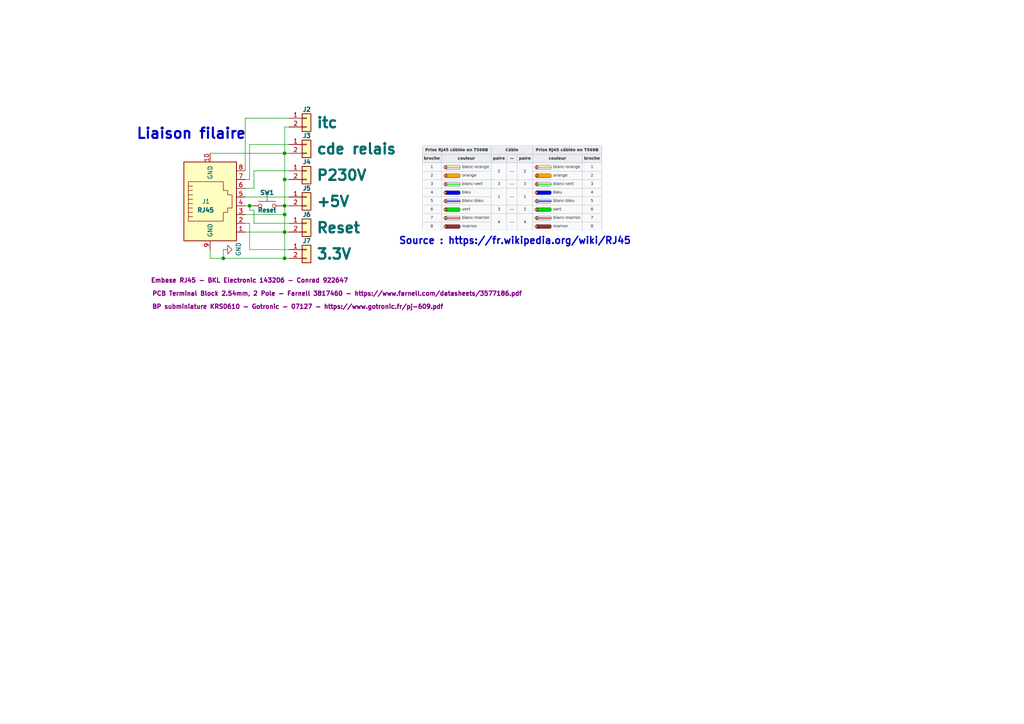
<source format=kicad_sch>
(kicad_sch (version 20211123) (generator eeschema)
  (paper "A4")
  (title_block (title "e-r-wifi-lf - Liaison filaire") (date "2021-11-25") (rev "A") (company "A3C Presqu'île"))
  (lib_symbols
    (symbol "Connector_Generic:Conn_01x02" (pin_names (offset 1.016) hide)
      (property "Reference" "J" (at 0 2.54 0))
      (property "Value" "Connector_Generic_Conn_01x02" (at 0 -5.08 0))
      (symbol "Conn_01x02_1_1"
        (rectangle (start -1.27 -2.413) (end 0 -2.667) (stroke (width 0.1524)))
        (rectangle (start -1.27 0.127) (end 0 -0.127) (stroke (width 0.1524)))
        (rectangle (start -1.27 1.27) (end 1.27 -3.81) (stroke (width 0.254)) (fill (type background)))
        (pin passive line (at -5.08 0 0) (length 3.81) (name "Pin_1") (number "1"))
        (pin passive line (at -5.08 -2.54 0) (length 3.81) (name "Pin_2") (number "2"))
      )
    )
    (symbol "Switch:SW_Push" (pin_numbers hide) (pin_names (offset 1.016) hide)
      (property "Reference" "SW" (at 1.27 2.54 0))
      (property "Value" "Switch_SW_Push" (at 0 -1.524 0))
      (symbol "SW_Push_0_1"
        (circle (center -2.032 0) (radius 0.508))
        (polyline (pts (xy 0 1.27) (xy 0 3.048)))
        (polyline (pts (xy 2.54 1.27) (xy -2.54 1.27)))
        (circle (center 2.032 0) (radius 0.508))
        (pin passive line (at -5.08 0 0) (length 2.54) (name "1") (number "1"))
        (pin passive line (at 5.08 0 180) (length 2.54) (name "2") (number "2"))
      )
    )
    (symbol "e-p-wifi-lf:RJ45-e-p-wifi-cache" (pin_names (offset 1.016))
      (property "Reference" "J" (at -5.08 13.97 0))
      (property "Value" "RJ45-e-p-wifi-cache" (at 2.54 13.97 0))
      (symbol "RJ45-e-p-wifi-cache_0_1"
        (polyline (pts (xy -5.08 4.445) (xy -6.35 4.445)))
        (polyline (pts (xy -5.08 5.715) (xy -6.35 5.715)))
        (polyline (pts (xy -6.35 -3.175) (xy -5.08 -3.175) (xy -5.08 -3.175)))
        (polyline (pts (xy -6.35 -1.905) (xy -5.08 -1.905) (xy -5.08 -1.905)))
        (polyline (pts (xy -6.35 -0.635) (xy -5.08 -0.635) (xy -5.08 -0.635)))
        (polyline (pts (xy -6.35 0.635) (xy -5.08 0.635) (xy -5.08 0.635)))
        (polyline (pts (xy -6.35 1.905) (xy -5.08 1.905) (xy -5.08 1.905)))
        (polyline (pts (xy -5.08 3.175) (xy -6.35 3.175) (xy -6.35 3.175)))
        (polyline (pts (xy -6.35 -4.445) (xy -6.35 6.985) (xy 3.81 6.985) (xy 3.81 4.445) (xy 5.08 4.445) (xy 5.08 3.175) (xy 6.35 3.175) (xy 6.35 -0.635) (xy 5.08 -0.635) (xy 5.08 -1.905) (xy 3.81 -1.905) (xy 3.81 -4.445) (xy -6.35 -4.445) (xy -6.35 -4.445)))
        (rectangle (start 7.62 12.7) (end -7.62 -10.16) (stroke (width 0.254)) (fill (type background)))
      )
      (symbol "RJ45-e-p-wifi-cache_1_1"
        (pin power_out line (at 10.16 -7.62 180) (length 2.54) (name "~") (number "1"))
        (pin passive line (at 0 15.24 270) (length 2.54) (name "GND") (number "10"))
        (pin passive line (at 10.16 -5.08 180) (length 2.54) (name "~") (number "2"))
        (pin passive line (at 10.16 -2.54 180) (length 2.54) (name "~") (number "3"))
        (pin passive line (at 10.16 0 180) (length 2.54) (name "~") (number "4"))
        (pin passive line (at 10.16 2.54 180) (length 2.54) (name "~") (number "5"))
        (pin passive line (at 10.16 5.08 180) (length 2.54) (name "~") (number "6"))
        (pin passive line (at 10.16 7.62 180) (length 2.54) (name "~") (number "7"))
        (pin passive line (at 10.16 10.16 180) (length 2.54) (name "~") (number "8"))
        (pin passive line (at 0 -12.7 90) (length 2.54) (name "GND") (number "9"))
      )
    )
    (symbol "power:GND" (power) (pin_names (offset 0))
      (property "Value" "power_GND" (at 0 -3.81 0))
      (symbol "GND_0_1"
        (polyline (pts (xy 0 0) (xy 0 -1.27) (xy 1.27 -1.27) (xy 0 -2.54) (xy -1.27 -1.27) (xy 0 -1.27)))
      )
      (symbol "GND_1_1"
        (pin power_in line (at 0 0 270) (length 0) hide (name "GND") (number "1"))
      )
    )
  )
  (junction (at 82.55 74.93))
  (junction (at 82.55 59.69))
  (junction (at 72.39 59.69))
  (junction (at 64.77 74.93))
  (junction (at 82.55 67.31))
  (junction (at 82.55 62.23))
  (junction (at 82.55 44.45))
  (junction (at 82.55 52.07))
  (wire (pts (xy 83.82 34.29) (xy 71.12 34.29)))
  (wire (pts (xy 71.12 64.77) (xy 72.39 64.77)))
  (wire (pts (xy 72.39 72.39) (xy 83.82 72.39)))
  (wire (pts (xy 82.55 36.83) (xy 82.55 44.45)))
  (wire (pts (xy 82.55 67.31) (xy 83.82 67.31)))
  (wire (pts (xy 83.82 41.91) (xy 72.39 41.91)))
  (wire (pts (xy 60.96 72.39) (xy 60.96 74.93)))
  (wire (pts (xy 82.55 59.69) (xy 82.55 62.23)))
  (wire (pts (xy 83.82 49.53) (xy 73.66 49.53)))
  (wire (pts (xy 64.77 74.93) (xy 60.96 74.93)))
  (wire (pts (xy 64.77 74.93) (xy 64.77 72.39)))
  (wire (pts (xy 71.12 52.07) (xy 72.39 52.07)))
  (wire (pts (xy 71.12 67.31) (xy 82.55 67.31)))
  (wire (pts (xy 71.12 57.15) (xy 83.82 57.15)))
  (wire (pts (xy 82.55 44.45) (xy 82.55 52.07)))
  (wire (pts (xy 83.82 52.07) (xy 82.55 52.07)))
  (wire (pts (xy 83.82 36.83) (xy 82.55 36.83)))
  (wire (pts (xy 71.12 34.29) (xy 71.12 49.53)))
  (wire (pts (xy 73.66 49.53) (xy 73.66 54.61)))
  (wire (pts (xy 72.39 60.96) (xy 72.39 59.69)))
  (wire (pts (xy 73.66 64.77) (xy 73.66 60.96)))
  (wire (pts (xy 60.96 44.45) (xy 82.55 44.45)))
  (wire (pts (xy 83.82 59.69) (xy 82.55 59.69)))
  (wire (pts (xy 82.55 62.23) (xy 82.55 67.31)))
  (wire (pts (xy 71.12 59.69) (xy 72.39 59.69)))
  (wire (pts (xy 82.55 74.93) (xy 64.77 74.93)))
  (wire (pts (xy 83.82 44.45) (xy 82.55 44.45)))
  (wire (pts (xy 73.66 60.96) (xy 72.39 60.96)))
  (wire (pts (xy 82.55 52.07) (xy 82.55 59.69)))
  (wire (pts (xy 71.12 54.61) (xy 73.66 54.61)))
  (wire (pts (xy 72.39 41.91) (xy 72.39 52.07)))
  (wire (pts (xy 83.82 74.93) (xy 82.55 74.93)))
  (wire (pts (xy 82.55 67.31) (xy 82.55 74.93)))
  (wire (pts (xy 72.39 64.77) (xy 72.39 72.39)))
  (wire (pts (xy 71.12 62.23) (xy 82.55 62.23)))
  (wire (pts (xy 73.66 64.77) (xy 83.82 64.77)))
  (image (at 148.59 54.61))
  (text "Source : https://fr.wikipedia.org/wiki/RJ45" (at 115.57 71.12 0) (effects (font (size 2.0066 2.0066) (thickness 0.4013) bold) (justify left bottom)))
  (text "Liaison filaire" (at 39.37 40.64 0) (effects (font (size 2.9972 2.9972) (thickness 0.5994) bold) (justify left bottom)))
  (symbol (lib_id "e-p-wifi-lf:RJ45-e-p-wifi-cache") (at 60.96 59.69 0) (unit 1)
    (property "Reference" "J1" (at 60.96 58.42 0) (effects (justify right)))
    (property "Value" "RJ45" (at 62.23 60.96 0) (effects (font bold) (justify right)))
    (property "Footprint" "e-p-wifi-lf:RJ45" (effects hide))
    (property "Datasheet" "Embase RJ45 - BKL Electronic 143206 - Conrad 922647" (at 72.39 81.28 0) (effects (font bold)))
  )
  (symbol (lib_id "Connector_Generic:Conn_01x02") (at 88.9 72.39 0) (unit 1)
    (property "Reference" "J7" (at 87.63 69.85 0) (effects (font bold) (justify left)))
    (property "Value" "3.3V" (at 91.44 73.66 0) (effects (font (size 2.9972 2.9972) bold) (justify left)))
    (property "Footprint" "Connector_PinHeader_2.54mm:PinHeader_1x02_P2.54mm_Vertical" (effects hide))
    (property "Datasheet" "PCB Terminal Block 2.54mm, 2 Pole - Farnell 3817460 - https://www.farnell.com/datasheets/3577186.pdf" (at 97.79 85.09 0) (effects (font bold)))
  )
  (symbol (lib_id "power:GND") (at 64.77 72.39 90) (unit 1)
    (property "Reference" "#PWR01" (effects hide))
    (property "Value" "GND" (at 69.1642 72.263 0))
  )
  (symbol (lib_id "Connector_Generic:Conn_01x02") (at 88.9 64.77 0) (unit 1)
    (property "Reference" "J6" (at 87.63 62.23 0) (effects (font bold) (justify left)))
    (property "Value" "Reset" (at 91.44 66.04 0) (effects (font (size 2.9972 2.9972) bold) (justify left)))
    (property "Footprint" "Connector_PinHeader_2.54mm:PinHeader_1x02_P2.54mm_Vertical" (effects hide))
    (property "Datasheet" "PCB Terminal Block 2.54mm, 2 Pole - Farnell 3817460 - https://www.farnell.com/datasheets/3577186.pdf" (effects hide))
  )
  (symbol (lib_id "Connector_Generic:Conn_01x02") (at 88.9 49.53 0) (unit 1)
    (property "Reference" "J4" (at 87.63 46.99 0) (effects (font bold) (justify left)))
    (property "Value" "P230V" (at 91.44 50.8 0) (effects (font (size 2.9972 2.9972) bold) (justify left)))
    (property "Footprint" "Connector_PinHeader_2.54mm:PinHeader_1x02_P2.54mm_Vertical" (effects hide))
    (property "Datasheet" "PCB Terminal Block 2.54mm, 2 Pole - Farnell 3817460 - https://www.farnell.com/datasheets/3577186.pdf" (effects hide))
  )
  (symbol (lib_id "Connector_Generic:Conn_01x02") (at 88.9 41.91 0) (unit 1)
    (property "Reference" "J3" (at 87.63 39.37 0) (effects (font bold) (justify left)))
    (property "Value" "cde relais" (at 91.44 43.18 0) (effects (font (size 2.9972 2.9972) bold) (justify left)))
    (property "Footprint" "Connector_PinHeader_2.54mm:PinHeader_1x02_P2.54mm_Vertical" (effects hide))
    (property "Datasheet" "PCB Terminal Block 2.54mm, 2 Pole - Farnell 3817460 - https://www.farnell.com/datasheets/3577186.pdf" (effects hide))
  )
  (symbol (lib_id "Connector_Generic:Conn_01x02") (at 88.9 34.29 0) (unit 1)
    (property "Reference" "J2" (at 87.63 31.75 0) (effects (font bold) (justify left)))
    (property "Value" "itc" (at 91.44 35.56 0) (effects (font (size 2.9972 2.9972) bold) (justify left)))
    (property "Footprint" "Connector_PinHeader_2.54mm:PinHeader_1x02_P2.54mm_Vertical" (effects hide))
    (property "Datasheet" "PCB Terminal Block 2.54mm, 2 Pole - Farnell 3817460 - https://www.farnell.com/datasheets/3577186.pdf" (effects hide))
  )
  (symbol (lib_id "Switch:SW_Push") (at 77.47 59.69 0) (unit 1)
    (property "Reference" "SW1" (at 77.47 55.88 0) (effects (font bold)))
    (property "Value" "Reset" (at 77.47 60.96 0) (effects (font bold)))
    (property "Footprint" "Button_Switch_THT:SW_PUSH_6mm" (effects hide))
    (property "Datasheet" "BP subminiature KRS0610 - Gotronic - 07127 - https://www.gotronic.fr/pj-609.pdf" (at 86.36 88.9 0) (effects (font bold)))
  )
  (symbol (lib_id "Connector_Generic:Conn_01x02") (at 88.9 57.15 0) (unit 1)
    (property "Reference" "J5" (at 87.63 54.61 0) (effects (font bold) (justify left)))
    (property "Value" "+5V" (at 91.44 58.42 0) (effects (font (size 2.9972 2.9972) bold) (justify left)))
    (property "Footprint" "Connector_PinHeader_2.54mm:PinHeader_1x02_P2.54mm_Vertical" (effects hide))
    (property "Datasheet" "PCB Terminal Block 2.54mm, 2 Pole - Farnell 3817460 - https://www.farnell.com/datasheets/3577186.pdf" (effects hide))
  )
)
</source>
